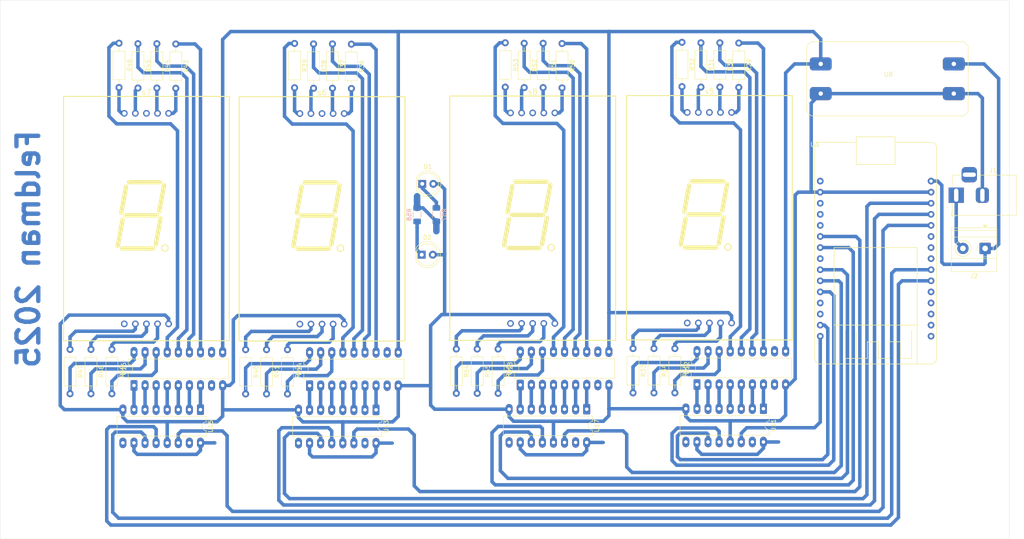
<source format=kicad_pcb>
(kicad_pcb (version 20241229) (generator "pcbnew") (generator_version "9.0")
  (layers (0 "F.Cu" signal) (2 "B.Cu" signal) (13 "F.Paste" user) (15 "B.Paste" user) (5 "F.SilkS" user "F.Silkscreen") (7 "B.SilkS" user "B.Silkscreen") (1 "F.Mask" user) (3 "B.Mask" user) (25 "Edge.Cuts" user))
  (net 0 "")
  (net 1 "+BATT")
  (net 2 "GND")
  (net 3 "+5V")
  (net 4 "Net-(U12-O7)")
  (net 5 "Net-(s5-B)")
  (net 6 "Net-(s5-A)")
  (net 7 "Net-(U12-O6)")
  (net 8 "Net-(s5-F)")
  (net 9 "Net-(U12-O5)")
  (net 10 "Net-(s5-G)")
  (net 11 "Net-(U12-O4)")
  (net 12 "Net-(s5-E)")
  (net 13 "Net-(U12-O3)")
  (net 14 "Net-(s5-D)")
  (net 15 "Net-(U12-O2)")
  (net 16 "Net-(U12-O1)")
  (net 17 "Net-(s5-C)")
  (net 18 "Net-(s6-B)")
  (net 19 "Net-(U14-O7)")
  (net 20 "Net-(s6-A)")
  (net 21 "Net-(U14-O6)")
  (net 22 "Net-(U14-O5)")
  (net 23 "Net-(s6-F)")
  (net 24 "Net-(s6-G)")
  (net 25 "Net-(U14-O4)")
  (net 26 "Net-(U14-O3)")
  (net 27 "Net-(s6-E)")
  (net 28 "Net-(U14-O2)")
  (net 29 "Net-(s6-D)")
  (net 30 "Net-(U14-O1)")
  (net 31 "Net-(s6-C)")
  (net 32 "Net-(s7-B)")
  (net 33 "Net-(U16-O7)")
  (net 34 "Net-(s7-A)")
  (net 35 "Net-(U16-O6)")
  (net 36 "Net-(s7-F)")
  (net 37 "Net-(U16-O5)")
  (net 38 "Net-(U16-O4)")
  (net 39 "Net-(s7-G)")
  (net 40 "Net-(s7-E)")
  (net 41 "Net-(U16-O3)")
  (net 42 "Net-(s7-D)")
  (net 43 "Net-(U16-O2)")
  (net 44 "Net-(U16-O1)")
  (net 45 "Net-(s7-C)")
  (net 46 "Net-(U18-O7)")
  (net 47 "Net-(s8-B)")
  (net 48 "Net-(s8-A)")
  (net 49 "Net-(U18-O6)")
  (net 50 "Net-(U18-O5)")
  (net 51 "Net-(s8-F)")
  (net 52 "Net-(s8-G)")
  (net 53 "Net-(U18-O4)")
  (net 54 "Net-(U18-O3)")
  (net 55 "Net-(s8-E)")
  (net 56 "Net-(s8-D)")
  (net 57 "Net-(U18-O2)")
  (net 58 "Net-(s8-C)")
  (net 59 "Net-(U18-O1)")
  (net 65 "RCLK_1")
  (net 66 "SRCLK_1")
  (net 70 "Net-(U11-QB)")
  (net 71 "SER_1")
  (net 72 "+8v")
  (net 73 "Net-(U11-QE)")
  (net 74 "Net-(U11-QD)")
  (net 78 "SRCLK_4")
  (net 83 "SRCLK_3")
  (net 84 "RCLK_3")
  (net 85 "SRCLK_2")
  (net 87 "RCLK_4")
  (net 89 "SER_3")
  (net 94 "SER_4")
  (net 96 "SER_2")
  (net 98 "RCLK_2")
  (net 100 "Net-(U11-QG)")
  (net 101 "Net-(U11-QH)")
  (net 102 "Net-(U11-QC)")
  (net 103 "Net-(U11-QF)")
  (net 108 "Net-(U13-QH)")
  (net 109 "Net-(U13-QG)")
  (net 110 "Net-(U13-QD)")
  (net 111 "Net-(U13-QE)")
  (net 112 "Net-(U13-QF)")
  (net 114 "Net-(U13-QB)")
  (net 115 "Net-(U13-QC)")
  (net 118 "Net-(U15-QB)")
  (net 119 "Net-(U15-QE)")
  (net 121 "Net-(U15-QC)")
  (net 122 "Net-(U15-QD)")
  (net 123 "Net-(U15-QF)")
  (net 124 "Net-(U15-QG)")
  (net 126 "Net-(U15-QH)")
  (net 129 "Net-(U17-QC)")
  (net 130 "Net-(U17-QF)")
  (net 131 "Net-(U17-QB)")
  (net 133 "Net-(U17-QG)")
  (net 134 "Net-(U17-QD)")
  (net 137 "Net-(U17-QH)")
  (net 138 "Net-(U17-QE)")
  (net 141 "Net-(D1-K)")
  (net 142 "Net-(D2-K)")
  (footprint "Package_DIP:DIP-18_W7.62mm_LongPads" (layer "F.Cu") (at 55.063 119.902 90)
    (property "Reference" "U16")
    (property "Value" "ULN2803A")
  )
  (footprint "Package_DIP:DIP-16_W7.62mm_LongPads" (layer "F.Cu") (at 199.34 125.245 -90)
    (property "Reference" "U11")
    (property "Value" "74HC595")
  )
  (footprint "Resistor_THT:R_Axial_DIN0207_L6.3mm_D2.5mm_P10.16mm_Horizontal" (layer "F.Cu") (at 100.553 41.622 -90)
    (property "Reference" "R37")
    (property "Value" "R_US")
  )
  (footprint "7segmentos:LED-SEG-TH_C1801E-GW" (layer "F.Cu") (at 186.96 81.455)
    (property "Reference" "s5")
    (property "Value" "~")
  )
  (footprint "Resistor_THT:R_Axial_DIN0207_L6.3mm_D2.5mm_P10.16mm_Horizontal" (layer "F.Cu") (at 49.993 111.652 -90)
    (property "Reference" "R49")
    (property "Value" "R_US")
  )
  (footprint "Connector_BarrelJack:BarrelJack_Horizontal" (layer "F.Cu") (at 243.528 76.2995 180)
    (property "Reference" "J1")
    (property "Value" "Barrel_Jack_MountingPin")
  )
  (footprint "Resistor_THT:R_Axial_DIN0207_L6.3mm_D2.5mm_P10.16mm_Horizontal" (layer "F.Cu") (at 104.893 41.682 -90)
    (property "Reference" "R36")
    (property "Value" "R_US")
  )
  (footprint "Resistor_THT:R_Axial_DIN0207_L6.3mm_D2.5mm_P10.16mm_Horizontal" (layer "F.Cu") (at 138.53 111.555 -90)
    (property "Reference" "R56")
    (property "Value" "R_US")
  )
  (footprint "LED_THT:LED_D5.0mm" (layer "F.Cu") (at 121.008 89.942)
    (property "Reference" "D2")
    (property "Value" "LED")
  )
  (footprint "Package_DIP:DIP-16_W7.62mm_LongPads" (layer "F.Cu") (at 70.293 125.452 -90)
    (property "Reference" "U15")
    (property "Value" "74HC595")
  )
  (footprint "Resistor_THT:R_Axial_DIN0207_L6.3mm_D2.5mm_P10.16mm_Horizontal" (layer "F.Cu") (at 96.213 41.622 -90)
    (property "Reference" "R38")
    (property "Value" "R_US")
  )
  (footprint "Package_DIP:DIP-18_W7.62mm_LongPads" (layer "F.Cu") (at 184.11 119.695 90)
    (property "Reference" "U12")
    (property "Value" "ULN2803A")
  )
  (footprint "Resistor_THT:R_Axial_DIN0207_L6.3mm_D2.5mm_P10.16mm_Horizontal" (layer "F.Cu") (at 51.623 41.462 -90)
    (property "Reference" "R46")
    (property "Value" "R_US")
  )
  (footprint "Resistor_THT:R_Axial_DIN0207_L6.3mm_D2.5mm_P10.16mm_Horizontal" (layer "F.Cu") (at 169.45 111.445 -90)
    (property "Reference" "R33")
    (property "Value" "R_US")
  )
  (footprint "Resistor_THT:R_Axial_DIN0207_L6.3mm_D2.5mm_P10.16mm_Horizontal" (layer "F.Cu") (at 144.5 41.475 -90)
    (property "Reference" "R52")
    (property "Value" "R_US")
  )
  (footprint "MT3608:hw-045" (layer "F.Cu") (at 227.973 49.112 180)
    (property "Reference" "U8")
    (property "Value" "hw-045")
  )
  (footprint "Resistor_THT:R_Axial_DIN0207_L6.3mm_D2.5mm_P10.16mm_Horizontal" (layer "F.Cu") (at 193.69 41.425 -90)
    (property "Reference" "R29")
    (property "Value" "R_US")
  )
  (footprint "Resistor_THT:R_Axial_DIN0207_L6.3mm_D2.5mm_P10.16mm_Horizontal" (layer "F.Cu") (at 80.653 111.702 -90)
    (property "Reference" "R40")
    (property "Value" "R_US")
  )
  (footprint "Resistor_THT:R_Axial_DIN0207_L6.3mm_D2.5mm_P10.16mm_Horizontal" (layer "F.Cu") (at 91.873 41.512 -90)
    (property "Reference" "R39")
    (property "Value" "R_US")
  )
  (footprint "Resistor_THT:R_Axial_DIN0207_L6.3mm_D2.5mm_P10.16mm_Horizontal" (layer "F.Cu") (at 185.01 41.365 -90)
    (property "Reference" "R31")
    (property "Value" "R_US")
  )
  (footprint "Resistor_THT:R_Axial_DIN0207_L6.3mm_D2.5mm_P10.16mm_Horizontal" (layer "F.Cu") (at 55.963 41.572 -90)
    (property "Reference" "R45")
    (property "Value" "R_US")
  )
  (footprint "Resistor_THT:R_Axial_DIN0207_L6.3mm_D2.5mm_P10.16mm_Horizontal" (layer "F.Cu") (at 64.643 41.632 -90)
    (property "Reference" "R43")
    (property "Value" "R_US")
  )
  (footprint "Package_DIP:DIP-18_W7.62mm_LongPads" (layer "F.Cu") (at 95.313 119.952 90)
    (property "Reference" "U14")
    (property "Value" "ULN2803A")
  )
  (footprint "Resistor_THT:R_Axial_DIN0207_L6.3mm_D2.5mm_P10.16mm_Horizontal" (layer "F.Cu") (at 153.18 41.535 -90)
    (property "Reference" "R50")
    (property "Value" "R_US")
  )
  (footprint "Resistor_THT:R_Axial_DIN0207_L6.3mm_D2.5mm_P10.16mm_Horizontal" (layer "F.Cu") (at 60.303 41.572 -90)
    (property "Reference" "R44")
    (property "Value" "R_US")
  )
  (footprint "LED_THT:LED_D5.0mm" (layer "F.Cu") (at 121.128 73.702)
    (property "Reference" "D1")
    (property "Value" "LED")
  )
  (footprint "Resistor_THT:R_Axial_DIN0207_L6.3mm_D2.5mm_P10.16mm_Horizontal" (layer "F.Cu") (at 85.448 111.702 -90)
    (property "Reference" "R41")
    (property "Value" "R_US")
  )
  (footprint "7segmentos:LED-SEG-TH_C1801E-GW" (layer "F.Cu") (at 98.163 81.712)
    (property "Reference" "s6")
    (property "Value" "~")
  )
  (footprint "Resistor_THT:R_Axial_DIN0207_L6.3mm_D2.5mm_P10.16mm_Horizontal" (layer "F.Cu") (at 128.94 111.555 -90)
    (property "Reference" "R54")
    (property "Value" "R_US")
  )
  (footprint "TerminalBlock_Phoenix:TerminalBlock_Phoenix_MKDS-1,5-2-5.08_1x02_P5.08mm_Horizontal" (layer "F.Cu") (at 250.15 88.5 180)
    (property "Reference" "J2")
    (property "Value" "Screw_Terminal_01x02")
  )
  (footprint "Package_DIP:DIP-16_W7.62mm_LongPads" (layer "F.Cu") (at 158.83 125.355 -90)
    (property "Reference" "U17")
    (property "Value" "74HC595")
  )
  (footprint "Resistor_THT:R_Axial_DIN0207_L6.3mm_D2.5mm_P10.16mm_Horizontal" (layer "F.Cu") (at 45.198 111.652 -90)
    (property "Reference" "R48")
    (property "Value" "R_US")
  )
  (footprint "Package_DIP:DIP-16_W7.62mm_LongPads" (layer "F.Cu") (at 110.543 125.502 -90)
    (property "Reference" "U13")
    (property "Value" "74HC595")
  )
  (footprint "Resistor_THT:R_Axial_DIN0207_L6.3mm_D2.5mm_P10.16mm_Horizontal" (layer "F.Cu") (at 140.16 41.365 -90)
    (property "Reference" "R53")
    (property "Value" "R_US")
  )
  (footprint "Resistor_THT:R_Axial_DIN0207_L6.3mm_D2.5mm_P10.16mm_Horizontal" (layer "F.Cu") (at 180.67 41.255 -90)
    (property "Reference" "R32")
    (property "Value" "R_US")
  )
  (footprint "ESP32 - devkit:DOIT_ESP32_Devkit" (layer "F.Cu") (at 211.093 64.172)
    (property "Reference" "U3")
    (property "Value" "ESP32-Devkit-V1")
  )
  (footprint "Resistor_THT:R_Axial_DIN0207_L6.3mm_D2.5mm_P10.16mm_Horizontal" (layer "F.Cu") (at 133.735 111.555 -90)
    (property "Reference" "R55")
    (property "Value" "R_US")
  )
  (footprint "7segmentos:LED-SEG-TH_C1801E-GW" (layer "F.Cu") (at 146.45 81.565)
    (property "Reference" "s8")
    (property "Value" "~")
  )
  (footprint "Resistor_THT:R_Axial_DIN0207_L6.3mm_D2.5mm_P10.16mm_Horizontal" (layer "F.Cu") (at 179.04 111.445 -90)
    (property "Reference" "R35")
    (property "Value" "R_US")
  )
  (footprint "Resistor_THT:R_Axial_DIN0207_L6.3mm_D2.5mm_P10.16mm_Horizontal" (layer "F.Cu") (at 148.84 41.475 -90)
    (property "Reference" "R51")
    (property "Value" "R_US")
  )
  (footprint "Package_DIP:DIP-18_W7.62mm_LongPads" (layer "F.Cu") (at 143.6 119.805 90)
    (property "Reference" "U18")
    (property "Value" "ULN2803A")
  )
  (footprint "7segmentos:LED-SEG-TH_C1801E-GW" (layer "F.Cu") (at 57.913 81.662)
    (property "Reference" "s7")
    (property "Value" "~")
  )
  (footprint "Resistor_THT:R_Axial_DIN0207_L6.3mm_D2.5mm_P10.16mm_Horizontal" (layer "F.Cu") (at 40.403 111.652 -90)
    (property "Reference" "R47")
    (property "Value" "R_US")
  )
  (footprint "Resistor_THT:R_Axial_DIN0207_L6.3mm_D2.5mm_P10.16mm_Horizontal" (layer "F.Cu") (at 189.35 41.365 -90)
    (property "Reference" "R30")
    (property "Value" "R_US")
  )
  (footprint "Resistor_THT:R_Axial_DIN0207_L6.3mm_D2.5mm_P10.16mm_Horizontal" (layer "F.Cu") (at 90.243 111.702 -90)
    (property "Reference" "R42")
    (property "Value" "R_US")
  )
  (footprint "Resistor_THT:R_Axial_DIN0207_L6.3mm_D2.5mm_P10.16mm_Horizontal" (layer "F.Cu") (at 174.245 111.445 -90)
    (property "Reference" "R34")
    (property "Value" "R_US")
  )
  (footprint "Resistor_SMD:R_1206_3216Metric_Pad1.30x1.75mm_HandSolder" (layer "B.Cu") (at 119.953 80.762 -90)
    (property "Reference" "R58")
    (property "Value" "R_US")
  )
  (footprint "Resistor_SMD:R_1206_3216Metric_Pad1.30x1.75mm_HandSolder" (layer "B.Cu") (at 124.373 80.762 90)
    (property "Reference" "R57")
    (property "Value" "R_US")
  )
  (gr_rect (start 24.37 31.58) (end 255.67 155.09) (stroke (width 0.05)) (fill no) (layer "Edge.Cuts"))
  (gr_text "Feldman 2025" (at 33.78 60.84 90) (layer "B.Cu") (effects (font (size 5 5) (thickness 1) (bold yes)) (justify left bottom mirror)))
  (segment (start 243.528 76.2995) (end 243.528 86.958) (width 0.8) (layer "B.Cu") (net 1))
  (segment (start 243.528 86.958) (end 245.07 88.5) (width 0.8) (layer "B.Cu") (net 1))
  (segment (start 75.393 125.502) (end 75.383 125.512) (width 0.8) (layer "B.Cu") (net 2))
  (segment (start 249.528 76.2995) (end 249.528 54.037) (width 0.8) (layer "B.Cu") (net 2))
  (segment (start 205.32 119.695) (end 204.43 119.695) (width 0.8) (layer "B.Cu") (net 2))
  (segment (start 126.253 103.652) (end 150.173 103.652) (width 0.8) (layer "B.Cu") (net 2))
  (segment (start 53.513 128.212) (end 62.673 128.212) (width 0.8) (layer "B.Cu") (net 2))
  (segment (start 203.16 128.005) (end 204.43 126.735) (width 0.8) (layer "B.Cu") (net 2))
  (segment (start 123.986 125.355) (end 123.053 124.422) (width 0.8) (layer "B.Cu") (net 2))
  (segment (start 74.113 128.212) (end 75.383 126.942) (width 0.8) (layer "B.Cu") (net 2))
  (segment (start 123.053 106.182) (end 125.583 103.652) (width 0.8) (layer "B.Cu") (net 2))
  (segment (start 126.253 103.652) (end 126.263 103.642) (width 0.8) (layer "B.Cu") (net 2))
  (segment (start 38.153 105.812) (end 38.153 124.502) (width 0.8) (layer "B.Cu") (net 2))
  (segment (start 212.473 53.012) (end 242.973 53.012) (width 0.8) (layer "B.Cu") (net 2))
  (segment (start 62.673 128.212) (end 74.113 128.212) (width 0.8) (layer "B.Cu") (net 2))
  (segment (start 141.05 127.115) (end 142.05 128.115) (width 0.8) (layer "B.Cu") (net 2))
  (segment (start 125.053 73.702) (end 123.668 73.702) (width 0.8) (layer "B.Cu") (net 2))
  (segment (start 181.56 125.245) (end 163.928 125.245) (width 0.8) (layer "B.Cu") (net 2))
  (segment (start 77.833 119.072) (end 77.003 119.902) (width 0.8) (layer "B.Cu") (net 2))
  (segment (start 151.53 105.009) (end 151.53 105.695) (width 0.8) (layer "B.Cu") (net 2))
  (segment (start 249.528 54.037) (end 248.503 53.012) (width 0.8) (layer "B.Cu") (net 2))
  (segment (start 103.243 105.842) (end 103.243 104.932) (width 0.8) (layer "B.Cu") (net 2))
  (segment (start 77.833 104.872) (end 77.833 119.072) (width 0.8) (layer "B.Cu") (net 2))
  (segment (start 163.92 126.845) (end 163.92 125.237) (width 0.8) (layer "B.Cu") (net 2))
  (segment (start 52.513 127.212) (end 53.513 128.212) (width 0.8) (layer "B.Cu") (net 2))
  (segment (start 123.053 124.422) (end 123.053 119.952) (width 0.8) (layer "B.Cu") (net 2))
  (segment (start 141.05 125.355) (end 123.986 125.355) (width 0.8) (layer "B.Cu") (net 2))
  (segment (start 103.243 104.932) (end 102.213 103.902) (width 0.8) (layer "B.Cu") (net 2))
  (segment (start 163.92 125.237) (end 163.92 119.805) (width 0.8) (layer "B.Cu") (net 2))
  (segment (start 77.003 119.902) (end 75.383 119.902) (width 0.8) (layer "B.Cu") (net 2))
  (segment (start 92.763 125.502) (end 75.393 125.502) (width 0.8) (layer "B.Cu") (net 2))
  (segment (start 75.383 126.942) (end 75.383 125.512) (width 0.8) (layer "B.Cu") (net 2))
  (segment (start 62.993 105.792) (end 62.993 104.582) (width 0.8) (layer "B.Cu") (net 2))
  (segment (start 210.283 75.572) (end 210.313 75.602) (width 0.8) (layer "B.Cu") (net 2))
  (segment (start 123.053 119.952) (end 123.053 106.182) (width 0.8) (layer "B.Cu") (net 2))
  (segment (start 62.673 133.072) (end 62.673 128.212) (width 0.8) (layer "B.Cu") (net 2))
  (segment (start 181.56 125.245) (end 181.56 127.005) (width 0.8) (layer "B.Cu") (net 2))
  (segment (start 162.65 128.115) (end 163.92 126.845) (width 0.8) (layer "B.Cu") (net 2))
  (segment (start 62.993 104.582) (end 62.193 103.782) (width 0.8) (layer "B.Cu") (net 2))
  (segment (start 191.72 128.005) (end 203.16 128.005) (width 0.8) (layer "B.Cu") (net 2))
  (segment (start 212.473 53.012) (end 210.283 55.202) (width 0.8) (layer "B.Cu") (net 2))
  (segment (start 92.763 127.262) (end 93.763 128.262) (width 0.8) (layer "B.Cu") (net 2))
  (segment (start 40.183 103.782) (end 38.153 105.812) (width 0.8) (layer "B.Cu") (net 2))
  (segment (start 102.213 103.902) (end 78.803 103.902) (width 0.8) (layer "B.Cu") (net 2))
  (segment (start 92.763 125.502) (end 92.763 127.262) (width 0.8) (layer "B.Cu") (net 2))
  (segment (start 150.173 103.652) (end 151.53 105.009) (width 0.8) (layer "B.Cu") (net 2))
  (segment (start 151.21 132.975) (end 151.21 128.115) (width 0.8) (layer "B.Cu") (net 2))
  (segment (start 125.583 103.652) (end 126.253 103.652) (width 0.8) (layer "B.Cu") (net 2))
  (segment (start 141.05 125.355) (end 141.05 127.115) (width 0.8) (layer "B.Cu") (net 2))
  (segment (start 151.21 128.115) (end 162.65 128.115) (width 0.8) (layer "B.Cu") (net 2))
  (segment (start 75.383 125.512) (end 75.383 119.902) (width 0.8) (layer "B.Cu") (net 2))
  (segment (start 93.763 128.262) (end 102.923 128.262) (width 0.8) (layer "B.Cu") (net 2))
  (segment (start 210.283 55.202) (end 210.283 75.572) (width 0.8) (layer "B.Cu") (net 2))
  (segment (start 181.56 127.005) (end 182.56 128.005) (width 0.8) (layer "B.Cu") (net 2))
  (segment (start 207.293 75.602) (end 212.363 75.602) (width 0.8) (layer "B.Cu") (net 2))
  (segment (start 163.928 125.245) (end 163.92 125.237) (width 0.8) (layer "B.Cu") (net 2))
  (segment (start 204.43 126.735) (end 204.43 119.695) (width 0.8) (layer "B.Cu") (net 2))
  (segment (start 126.183 89.942) (end 126.263 89.862) (width 0.8) (layer "B.Cu") (net 2))
  (segment (start 38.153 124.502) (end 39.103 125.452) (width 0.8) (layer "B.Cu") (net 2))
  (segment (start 237.763 75.602) (end 212.363 75.602) (width 0.8) (layer "B.Cu") (net 2))
  (segment (start 206.623 76.272) (end 206.613 76.282) (width 0.8) (layer "B.Cu") (net 2))
  (segment (start 115.633 119.952) (end 123.053 119.952) (width 0.8) (layer "B.Cu") (net 2))
  (segment (start 123.548 89.942) (end 126.183 89.942) (width 0.8) (layer "B.Cu") (net 2))
  (segment (start 206.613 118.402) (end 205.32 119.695) (width 0.8) (layer "B.Cu") (net 2))
  (segment (start 126.263 89.862) (end 126.263 74.912) (width 0.8) (layer "B.Cu") (net 2))
  (segment (start 102.923 133.122) (end 102.923 128.262) (width 0.8) (layer "B.Cu") (net 2))
  (segment (start 78.803 103.902) (end 77.833 104.872) (width 0.8) (layer "B.Cu") (net 2))
  (segment (start 191.72 132.865) (end 191.72 128.005) (width 0.8) (layer "B.Cu") (net 2))
  (segment (start 114.363 128.262) (end 115.633 126.992) (width 0.8) (layer "B.Cu") (net 2))
  (segment (start 206.623 76.272) (end 207.293 75.602) (width 0.8) (layer "B.Cu") (net 2))
  (segment (start 39.103 125.452) (end 52.513 125.452) (width 0.8) (layer "B.Cu") (net 2))
  (segment (start 126.263 74.912) (end 125.053 73.702) (width 0.8) (layer "B.Cu") (net 2))
  (segment (start 142.05 128.115) (end 151.21 128.115) (width 0.8) (layer "B.Cu") (net 2))
  (segment (start 206.613 76.282) (end 206.613 118.402) (width 0.8) (layer "B.Cu") (net 2))
  (segment (start 182.56 128.005) (end 191.72 128.005) (width 0.8) (layer "B.Cu") (net 2))
  (segment (start 52.513 125.452) (end 52.513 127.212) (width 0.8) (layer "B.Cu") (net 2))
  (segment (start 248.503 53.012) (end 242.973 53.012) (width 0.8) (layer "B.Cu") (net 2))
  (segment (start 62.193 103.782) (end 40.183 103.782) (width 0.8) (layer "B.Cu") (net 2))
  (segment (start 115.633 126.992) (end 115.633 119.952) (width 0.8) (layer "B.Cu") (net 2))
  (segment (start 126.263 103.642) (end 126.263 89.862) (width 0.8) (layer "B.Cu") (net 2))
  (segment (start 102.923 128.262) (end 114.363 128.262) (width 0.8) (layer "B.Cu") (net 2))
  (segment (start 250.15 91.84) (end 250.15 88.5) (width 0.8) (layer "B.Cu") (net 3))
  (segment (start 55.053 134.942) (end 55.813 135.702) (width 0.8) (layer "B.Cu") (net 3))
  (segment (start 157.843 135.802) (end 158.83 134.815) (width 0.8) (layer "B.Cu") (net 3))
  (segment (start 124.373 82.312) (end 124.373 84.547) (width 1.5) (layer "B.Cu") (net 3))
  (segment (start 249.85 92.14) (end 250.15 91.84) (width 0.8) (layer "B.Cu") (net 3))
  (segment (start 70.293 133.072) (end 73.5505 133.072) (width 0.8) (layer "B.Cu") (net 3))
  (segment (start 252.29 88.5) (end 253.253 87.537) (width 0.8) (layer "B.Cu") (net 3))
  (segment (start 143.59 132.975) (end 143.59 134.479) (width 0.8) (layer "B.Cu") (net 3))
  (segment (start 121.273 79.212) (end 124.373 82.312) (width 0.8) (layer "B.Cu") (net 3))
  (segment (start 119.953 76.533) (end 119.94 76.52) (width 0.8) (layer "B.Cu") (net 3))
  (segment (start 110.543 133.122) (end 114.2505 133.122) (width 0.8) (layer "B.Cu") (net 3))
  (segment (start 73.5505 133.072) (end 73.5555 133.067) (width 0.8) (layer "B.Cu") (net 3))
  (segment (start 69.403 135.702) (end 70.293 134.812) (width 0.8) (layer "B.Cu") (net 3))
  (segment (start 199.34 132.865) (end 202.8075 132.865) (width 0.8) (layer "B.Cu") (net 3))
  (segment (start 253.253 49.572) (end 249.893 46.212) (width 0.8) (layer "B.Cu") (net 3))
  (segment (start 95.993 136.292) (end 109.613 136.292) (width 0.8) (layer "B.Cu") (net 3))
  (segment (start 250.15 88.5) (end 252.29 88.5) (width 0.8) (layer "B.Cu") (net 3))
  (segment (start 184.1 132.865) (end 184.1 134.609) (width 0.8) (layer "B.Cu") (net 3))
  (segment (start 253.253 87.537) (end 253.253 49.572) (width 0.8) (layer "B.Cu") (net 3))
  (segment (start 144.913 135.802) (end 157.843 135.802) (width 0.8) (layer "B.Cu") (net 3))
  (segment (start 158.83 132.975) (end 162.6075 132.975) (width 0.8) (layer "B.Cu") (net 3))
  (segment (start 119.953 79.212) (end 121.273 79.212) (width 0.8) (layer "B.Cu") (net 3))
  (segment (start 95.303 135.602) (end 95.993 136.292) (width 0.8) (layer "B.Cu") (net 3))
  (segment (start 197.953 135.702) (end 199.34 134.315) (width 0.8) (layer "B.Cu") (net 3))
  (segment (start 239.273 73.062) (end 240.233 74.022) (width 0.8) (layer "B.Cu") (net 3))
  (segment (start 249.893 46.212) (end 242.973 46.212) (width 0.8) (layer "B.Cu") (net 3))
  (segment (start 143.59 134.479) (end 144.913 135.802) (width 0.8) (layer "B.Cu") (net 3))
  (segment (start 240.72 92.14) (end 249.85 92.14) (width 0.8) (layer "B.Cu") (net 3))
  (segment (start 55.813 135.702) (end 69.403 135.702) (width 0.8) (layer "B.Cu") (net 3))
  (segment (start 237.763 73.062) (end 239.273 73.062) (width 0.8) (layer "B.Cu") (net 3))
  (segment (start 158.83 134.815) (end 158.83 132.975) (width 0.8) (layer "B.Cu") (net 3))
  (segment (start 185.193 135.702) (end 197.953 135.702) (width 0.8) (layer "B.Cu") (net 3))
  (segment (start 240.233 91.653) (end 240.72 92.14) (width 0.8) (layer "B.Cu") (net 3))
  (segment (start 109.613 136.292) (end 110.543 135.362) (width 0.8) (layer "B.Cu") (net 3))
  (segment (start 70.293 134.812) (end 70.293 133.072) (width 0.8) (layer "B.Cu") (net 3))
  (segment (start 199.34 134.315) (end 199.34 132.865) (width 0.8) (layer "B.Cu") (net 3))
  (segment (start 119.953 79.212) (end 119.953 76.533) (width 1.5) (layer "B.Cu") (net 3))
  (segment (start 124.373 84.547) (end 124.37 84.55) (width 0.8) (layer "B.Cu") (net 3))
  (segment (start 55.053 133.072) (end 55.053 134.942) (width 0.8) (layer "B.Cu") (net 3))
  (segment (start 184.1 134.609) (end 185.193 135.702) (width 0.8) (layer "B.Cu") (net 3))
  (segment (start 110.543 135.362) (end 110.543 133.122) (width 0.8) (layer "B.Cu") (net 3))
  (segment (start 95.303 133.122) (end 95.303 135.602) (width 0.8) (layer "B.Cu") (net 3))
  (segment (start 240.233 74.022) (end 240.233 91.653) (width 0.8) (layer "B.Cu") (net 3))
  (segment (start 199.35 42.695) (end 199.35 112.075) (width 0.8) (layer "B.Cu") (net 4))
  (segment (start 193.69 41.425) (end 198.08 41.425) (width 0.8) (layer "B.Cu") (net 4))
  (segment (start 198.08 41.425) (end 199.35 42.695) (width 0.8) (layer "B.Cu") (net 4))
  (segment (start 193.69 56.695) (end 193.69 51.585) (width 0.8) (layer "B.Cu") (net 5))
  (segment (start 192.04 57.325) (end 193.06 57.325) (width 0.8) (layer "B.Cu") (net 5))
  (segment (start 193.06 57.325) (end 193.69 56.695) (width 0.8) (layer "B.Cu") (net 5))
  (segment (start 189.35 57.175) (end 189.5 57.325) (width 0.8) (layer "B.Cu") (net 6))
  (segment (start 189.35 51.525) (end 189.35 57.175) (width 0.8) (layer "B.Cu") (net 6))
  (segment (start 190.52 46.505) (end 195.96 46.505) (width 0.8) (layer "B.Cu") (net 7))
  (segment (start 195.96 46.505) (end 197.78 48.325) (width 0.8) (layer "B.Cu") (net 7))
  (segment (start 196.69 109.015) (end 196.69 111.955) (width 0.8) (layer "B.Cu") (net 7))
  (segment (start 197.78 107.925) (end 196.69 109.015) (width 0.8) (layer "B.Cu") (net 7))
  (segment (start 189.35 41.365) (end 189.35 45.335) (width 0.8) (layer "B.Cu") (net 7))
  (segment (start 197.78 48.325) (end 197.78 107.925) (width 0.8) (layer "B.Cu") (net 7))
  (segment (start 196.69 111.955) (end 196.81 112.075) (width 0.8) (layer "B.Cu") (net 7))
  (segment (start 189.35 45.335) (end 190.52 46.505) (width 0.8) (layer "B.Cu") (net 7))
  (segment (start 184.42 52.115) (end 185.01 51.525) (width 0.8) (layer "B.Cu") (net 8))
  (segment (start 184.42 57.325) (end 184.42 52.115) (width 0.8) (layer "B.Cu") (net 8))
  (segment (start 194.9 48.025) (end 196.23 49.355) (width 0.8) (layer "B.Cu") (net 9))
  (segment (start 186.26 48.025) (end 194.9 48.025) (width 0.8) (layer "B.Cu") (net 9))
  (segment (start 194.27 108.925) (end 194.27 112.075) (width 0.8) (layer "B.Cu") (net 9))
  (segment (start 185.01 46.775) (end 186.26 48.025) (width 0.8) (layer "B.Cu") (net 9))
  (segment (start 185.01 41.365) (end 185.01 46.775) (width 0.8) (layer "B.Cu") (net 9))
  (segment (start 196.23 49.355) (end 196.23 106.965) (width 0.8) (layer "B.Cu") (net 9))
  (segment (start 196.23 106.965) (end 194.27 108.925) (width 0.8) (layer "B.Cu") (net 9))
  (segment (start 181.88 57.325) (end 181.3 57.325) (width 0.8) (layer "B.Cu") (net 10))
  (segment (start 180.67 56.695) (end 180.67 51.415) (width 0.8) (layer "B.Cu") (net 10))
  (segment (start 181.3 57.325) (end 180.67 56.695) (width 0.8) (layer "B.Cu") (net 10))
  (segment (start 178.36 42.265) (end 179.37 41.255) (width 0.8) (layer "B.Cu") (net 11))
  (segment (start 192.5 59.735) (end 180.13 59.735) (width 0.8) (layer "B.Cu") (net 11))
  (segment (start 180.13 59.735) (end 178.36 57.965) (width 0.8) (layer "B.Cu") (net 11))
  (segment (start 178.36 57.965) (end 178.36 42.265) (width 0.8) (layer "B.Cu") (net 11))
  (segment (start 179.37 41.255) (end 180.67 41.255) (width 0.8) (layer "B.Cu") (net 11))
  (segment (start 194.08 61.315) (end 192.5 59.735) (width 0.8) (layer "B.Cu") (net 11))
  (segment (start 191.73 108.715) (end 194.08 106.365) (width 0.8) (layer "B.Cu") (net 11))
  (segment (start 191.73 112.075) (end 191.73 108.715) (width 0.8) (layer "B.Cu") (net 11))
  (segment (start 194.08 106.365) (end 194.08 61.315) (width 0.8) (layer "B.Cu") (net 11))
  (segment (start 184.42 106.785) (end 184.42 105.585) (width 0.8) (layer "B.Cu") (net 12))
  (segment (start 170.75 107.265) (end 183.94 107.265) (width 0.8) (layer "B.Cu") (net 12))
  (segment (start 183.94 107.265) (end 184.42 106.785) (width 0.8) (layer "B.Cu") (net 12))
  (segment (start 169.45 111.445) (end 169.45 108.565) (width 0.8) (layer "B.Cu") (net 12))
  (segment (start 169.45 108.565) (end 170.75 107.265) (width 0.8) (layer "B.Cu") (net 12))
  (segment (start 180.4 117.395) (end 188.2 117.395) (width 0.8) (layer "B.Cu") (net 13))
  (segment (start 189.19 116.405) (end 189.19 112.075) (width 0.8) (layer "B.Cu") (net 13))
  (segment (start 179.04 121.835) (end 179.04 118.755) (width 0.8) (layer "B.Cu") (net 13))
  (segment (start 188.2 117.395) (end 189.19 116.405) (width 0.8) (layer "B.Cu") (net 13))
  (segment (start 179.04 118.755) (end 180.4 117.395) (width 0.8) (layer "B.Cu") (net 13))
  (segment (start 186.96 107.365) (end 186.96 105.585) (width 0.8) (layer "B.Cu") (net 14))
  (segment (start 175.69 108.435) (end 185.89 108.435) (width 0.8) (layer "B.Cu") (net 14))
  (segment (start 174.245 111.545) (end 174.245 109.88) (width 0.8) (layer "B.Cu") (net 14))
  (segment (start 185.89 108.435) (end 186.96 107.365) (width 0.8) (layer "B.Cu") (net 14))
  (segment (start 174.245 109.88) (end 175.69 108.435) (width 0.8) (layer "B.Cu") (net 14))
  (segment (start 174.245 121.705) (end 174.245 116.94) (width 0.8) (layer "B.Cu") (net 15))
  (segment (start 174.245 116.94) (end 175.27 115.915) (width 0.8) (layer "B.Cu") (net 15))
  (segment (start 175.27 115.915) (end 185.63 115.915) (width 0.8) (layer "B.Cu") (net 15))
  (segment (start 186.65 114.895) (end 186.65 112.075) (width 0.8) (layer "B.Cu") (net 15))
  (segment (start 185.63 115.915) (end 186.65 114.895) (width 0.8) (layer "B.Cu") (net 15))
  (segment (start 183.26 114.655) (end 184.11 113.805) (width 0.8) (layer "B.Cu") (net 16))
  (segment (start 169.45 121.605) (end 169.45 115.645) (width 0.8) (layer "B.Cu") (net 16))
  (segment (start 170.44 114.655) (end 183.26 114.655) (width 0.8) (layer "B.Cu") (net 16))
  (segment (start 169.45 115.645) (end 170.44 114.655) (width 0.8) (layer "B.Cu") (net 16))
  (segment (start 184.11 113.805) (end 184.11 112.075) (width 0.8) (layer "B.Cu") (net 16))
  (segment (start 189.5 108.855) (end 189.5 105.585) (width 0.8) (layer "B.Cu") (net 17))
  (segment (start 179.04 110.395) (end 179.69 109.745) (width 0.8) (layer "B.Cu") (net 17))
  (segment (start 179.69 109.745) (end 188.61 109.745) (width 0.8) (layer "B.Cu") (net 17))
  (segment (start 188.61 109.745) (end 189.5 108.855) (width 0.8) (layer "B.Cu") (net 17))
  (segment (start 179.04 111.675) (end 179.04 110.395) (width 0.8) (layer "B.Cu") (net 17))
  (segment (start 104.893 56.952) (end 104.893 51.842) (width 0.8) (layer "B.Cu") (net 18))
  (segment (start 104.263 57.582) (end 104.893 56.952) (width 0.8) (layer "B.Cu") (net 18))
  (segment (start 103.243 57.582) (end 104.263 57.582) (width 0.8) (layer "B.Cu") (net 18))
  (segment (start 109.283 41.682) (end 110.553 42.952) (width 0.8) (layer "B.Cu") (net 19))
  (segment (start 110.553 42.952) (end 110.553 112.332) (width 0.8) (layer "B.Cu") (net 19))
  (segment (start 104.893 41.682) (end 109.283 41.682) (width 0.8) (layer "B.Cu") (net 19))
  (segment (start 100.553 57.432) (end 100.703 57.582) (width 0.8) (layer "B.Cu") (net 20))
  (segment (start 100.553 51.782) (end 100.553 57.432) (width 0.8) (layer "B.Cu") (net 20))
  (segment (start 107.163 46.762) (end 108.983 48.582) (width 0.8) (layer "B.Cu") (net 21))
  (segment (start 108.983 108.182) (end 107.893 109.272) (width 0.8) (layer "B.Cu") (net 21))
  (segment (start 108.983 48.582) (end 108.983 108.182) (width 0.8) (layer "B.Cu") (net 21))
  (segment (start 101.723 46.762) (end 107.163 46.762) (width 0.8) (layer "B.Cu") (net 21))
  (segment (start 107.893 109.272) (end 107.893 112.212) (width 0.8) (layer "B.Cu") (net 21))
  (segment (start 100.553 45.592) (end 101.723 46.762) (width 0.8) (layer "B.Cu") (net 21))
  (segment (start 107.893 112.212) (end 108.013 112.332) (width 0.8) (layer "B.Cu") (net 21))
  (segment (start 100.553 41.622) (end 100.553 45.592) (width 0.8) (layer "B.Cu") (net 21))
  (segment (start 105.473 109.182) (end 105.473 112.332) (width 0.8) (layer "B.Cu") (net 22))
  (segment (start 107.433 49.612) (end 107.433 107.222) (width 0.8) (layer "B.Cu") (net 22))
  (segment (start 106.103 48.282) (end 107.433 49.612) (width 0.8) (layer "B.Cu") (net 22))
  (segment (start 107.433 107.222) (end 105.473 109.182) (width 0.8) (layer "B.Cu") (net 22))
  (segment (start 96.213 41.622) (end 96.213 47.032) (width 0.8) (layer "B.Cu") (net 22))
  (segment (start 97.463 48.282) (end 106.103 48.282) (width 0.8) (layer "B.Cu") (net 22))
  (segment (start 96.213 47.032) (end 97.463 48.282) (width 0.8) (layer "B.Cu") (net 22))
  (segment (start 95.623 52.372) (end 96.213 51.782) (width 0.8) (layer "B.Cu") (net 23))
  (segment (start 95.623 57.582) (end 95.623 52.372) (width 0.8) (layer "B.Cu") (net 23))
  (segment (start 93.083 57.582) (end 92.503 57.582) (width 0.8) (layer "B.Cu") (net 24))
  (segment (start 91.873 56.952) (end 91.873 51.672) (width 0.8) (layer "B.Cu") (net 24))
  (segment (start 92.503 57.582) (end 91.873 56.952) (width 0.8) (layer "B.Cu") (net 24))
  (segment (start 91.333 59.992) (end 89.563 58.222) (width 0.8) (layer "B.Cu") (net 25))
  (segment (start 103.703 59.992) (end 91.333 59.992) (width 0.8) (layer "B.Cu") (net 25))
  (segment (start 105.283 106.622) (end 105.283 61.572) (width 0.8) (layer "B.Cu") (net 25))
  (segment (start 90.573 41.512) (end 91.873 41.512) (width 0.8) (layer "B.Cu") (net 25))
  (segment (start 102.933 112.332) (end 102.933 108.972) (width 0.8) (layer "B.Cu") (net 25))
  (segment (start 102.933 108.972) (end 105.283 106.622) (width 0.8) (layer "B.Cu") (net 25))
  (segment (start 89.563 58.222) (end 89.563 42.522) (width 0.8) (layer "B.Cu") (net 25))
  (segment (start 89.563 42.522) (end 90.573 41.512) (width 0.8) (layer "B.Cu") (net 25))
  (segment (start 105.283 61.572) (end 103.703 59.992) (width 0.8) (layer "B.Cu") (net 25))
  (segment (start 91.603 117.652) (end 99.403 117.652) (width 0.8) (layer "B.Cu") (net 26))
  (segment (start 99.403 117.652) (end 100.393 116.662) (width 0.8) (layer "B.Cu") (net 26))
  (segment (start 90.243 119.012) (end 91.603 117.652) (width 0.8) (layer "B.Cu") (net 26))
  (segment (start 100.393 116.662) (end 100.393 112.332) (width 0.8) (layer "B.Cu") (net 26))
  (segment (start 90.243 122.092) (end 90.243 119.012) (width 0.8) (layer "B.Cu") (net 26))
  (segment (start 95.623 107.042) (end 95.623 105.842) (width 0.8) (layer "B.Cu") (net 27))
  (segment (start 80.653 108.822) (end 81.953 107.522) (width 0.8) (layer "B.Cu") (net 27))
  (segment (start 81.953 107.522) (end 95.143 107.522) (width 0.8) (layer "B.Cu") (net 27))
  (segment (start 80.653 111.702) (end 80.653 108.822) (width 0.8) (layer "B.Cu") (net 27))
  (segment (start 95.143 107.522) (end 95.623 107.042) (width 0.8) (layer "B.Cu") (net 27))
  (segment (start 96.833 116.172) (end 97.853 115.152) (width 0.8) (layer "B.Cu") (net 28))
  (segment (start 97.853 115.152) (end 97.853 112.332) (width 0.8) (layer "B.Cu") (net 28))
  (segment (start 85.448 121.962) (end 85.448 117.197) (width 0.8) (layer "B.Cu") (net 28))
  (segment (start 85.448 117.197) (end 86.473 116.172) (width 0.8) (layer "B.Cu") (net 28))
  (segment (start 86.473 116.172) (end 96.833 116.172) (width 0.8) (layer "B.Cu") (net 28))
  (segment (start 98.163 107.622) (end 98.163 105.842) (width 0.8) (layer "B.Cu") (net 29))
  (segment (start 85.448 111.802) (end 85.448 110.137) (width 0.8) (layer "B.Cu") (net 29))
  (segment (start 85.448 110.137) (end 86.893 108.692) (width 0.8) (layer "B.Cu") (net 29))
  (segment (start 86.893 108.692) (end 97.093 108.692) (width 0.8) (layer "B.Cu") (net 29))
  (segment (start 97.093 108.692) (end 98.163 107.622) (width 0.8) (layer "B.Cu") (net 29))
  (segment (start 81.643 114.912) (end 94.463 114.912) (width 0.8) (layer "B.Cu") (net 30))
  (segment (start 94.463 114.912) (end 95.313 114.062) (width 0.8) (layer "B.Cu") (net 30))
  (segment (start 80.653 121.862) (end 80.653 115.902) (width 0.8) (layer "B.Cu") (net 30))
  (segment (start 80.653 115.902) (end 81.643 114.912) (width 0.8) (layer "B.Cu") (net 30))
  (segment (start 95.313 114.062) (end 95.313 112.332) (width 0.8) (layer "B.Cu") (net 30))
  (segment (start 90.243 110.652) (end 90.893 110.002) (width 0.8) (layer "B.Cu") (net 31))
  (segment (start 99.813 110.002) (end 100.703 109.112) (width 0.8) (layer "B.Cu") (net 31))
  (segment (start 100.703 109.112) (end 100.703 105.842) (width 0.8) (layer "B.Cu") (net 31))
  (segment (start 90.243 111.932) (end 90.243 110.652) (width 0.8) (layer "B.Cu") (net 31))
  (segment (start 90.893 110.002) (end 99.813 110.002) (width 0.8) (layer "B.Cu") (net 31))
  (segment (start 64.013 57.532) (end 64.643 56.902) (width 0.8) (layer "B.Cu") (net 32))
  (segment (start 64.643 56.902) (end 64.643 51.792) (width 0.8) (layer "B.Cu") (net 32))
  (segment (start 62.993 57.532) (end 64.013 57.532) (width 0.8) (layer "B.Cu") (net 32))
  (segment (start 69.033 41.632) (end 70.303 42.902) (width 0.8) (layer "B.Cu") (net 33))
  (segment (start 70.303 42.902) (end 70.303 112.282) (width 0.8) (layer "B.Cu") (net 33))
  (segment (start 64.643 41.632) (end 69.033 41.632) (width 0.8) (layer "B.Cu") (net 33))
  (segment (start 60.303 51.732) (end 60.303 57.382) (width 0.8) (layer "B.Cu") (net 34))
  (segment (start 60.303 57.382) (end 60.453 57.532) (width 0.8) (layer "B.Cu") (net 34))
  (segment (start 67.643 112.162) (end 67.763 112.282) (width 0.8) (layer "B.Cu") (net 35))
  (segment (start 61.473 46.712) (end 66.913 46.712) (width 0.8) (layer "B.Cu") (net 35))
  (segment (start 60.303 41.572) (end 60.303 45.542) (width 0.8) (layer "B.Cu") (net 35))
  (segment (start 67.643 109.222) (end 67.643 112.162) (width 0.8) (layer "B.Cu") (net 35))
  (segment (start 60.303 45.542) (end 61.473 46.712) (width 0.8) (layer "B.Cu") (net 35))
  (segment (start 68.733 48.532) (end 68.733 108.132) (width 0.8) (layer "B.Cu") (net 35))
  (segment (start 66.913 46.712) (end 68.733 48.532) (width 0.8) (layer "B.Cu") (net 35))
  (segment (start 68.733 108.132) (end 67.643 109.222) (width 0.8) (layer "B.Cu") (net 35))
  (segment (start 55.373 57.532) (end 55.373 52.322) (width 0.8) (layer "B.Cu") (net 36))
  (segment (start 55.373 52.322) (end 55.963 51.732) (width 0.8) (layer "B.Cu") (net 36))
  (segment (start 55.963 41.572) (end 55.963 46.982) (width 0.8) (layer "B.Cu") (net 37))
  (segment (start 57.213 48.232) (end 65.853 48.232) (width 0.8) (layer "B.Cu") (net 37))
  (segment (start 65.223 109.132) (end 65.223 112.282) (width 0.8) (layer "B.Cu") (net 37))
  (segment (start 55.963 46.982) (end 57.213 48.232) (width 0.8) (layer "B.Cu") (net 37))
  (segment (start 67.183 107.172) (end 65.223 109.132) (width 0.8) (layer "B.Cu") (net 37))
  (segment (start 65.853 48.232) (end 67.183 49.562) (width 0.8) (layer "B.Cu") (net 37))
  (segment (start 67.183 49.562) (end 67.183 107.172) (width 0.8) (layer "B.Cu") (net 37))
  (segment (start 65.033 106.572) (end 65.033 61.522) (width 0.8) (layer "B.Cu") (net 38))
  (segment (start 50.323 41.462) (end 51.623 41.462) (width 0.8) (layer "B.Cu") (net 38))
  (segment (start 65.033 61.522) (end 63.453 59.942) (width 0.8) (layer "B.Cu") (net 38))
  (segment (start 62.683 112.282) (end 62.683 108.922) (width 0.8) (layer "B.Cu") (net 38))
  (segment (start 62.683 108.922) (end 65.033 106.572) (width 0.8) (layer "B.Cu") (net 38))
  (segment (start 51.083 59.942) (end 49.313 58.172) (width 0.8) (layer "B.Cu") (net 38))
  (segment (start 49.313 42.472) (end 50.323 41.462) (width 0.8) (layer "B.Cu") (net 38))
  (segment (start 63.453 59.942) (end 51.083 59.942) (width 0.8) (layer "B.Cu") (net 38))
  (segment (start 49.313 58.172) (end 49.313 42.472) (width 0.8) (layer "B.Cu") (net 38))
  (segment (start 52.833 57.532) (end 52.253 57.532) (width 0.8) (layer "B.Cu") (net 39))
  (segment (start 51.623 56.902) (end 51.623 51.622) (width 0.8) (layer "B.Cu") (net 39))
  (segment (start 52.253 57.532) (end 51.623 56.902) (width 0.8) (layer "B.Cu") (net 39))
  (segment (start 55.373 106.992) (end 55.373 105.792) (width 0.8) (layer "B.Cu") (net 40))
  (segment (start 40.403 111.652) (end 40.403 108.772) (width 0.8) (layer "B.Cu") (net 40))
  (segment (start 54.893 107.472) (end 55.373 106.992) (width 0.8) (layer "B.Cu") (net 40))
  (segment (start 41.703 107.472) (end 54.893 107.472) (width 0.8) (layer "B.Cu") (net 40))
  (segment (start 40.403 108.772) (end 41.703 107.472) (width 0.8) (layer "B.Cu") (net 40))
  (segment (start 51.353 117.602) (end 59.153 117.602) (width 0.8) (layer "B.Cu") (net 41))
  (segment (start 49.993 118.962) (end 51.353 117.602) (width 0.8) (layer "B.Cu") (net 41))
  (segment (start 49.993 122.042) (end 49.993 118.962) (width 0.8) (layer "B.Cu") (net 41))
  (segment (start 59.153 117.602) (end 60.143 116.612) (width 0.8) (layer "B.Cu") (net 41))
  (segment (start 60.143 116.612) (end 60.143 112.282) (width 0.8) (layer "B.Cu") (net 41))
  (segment (start 45.198 110.087) (end 46.643 108.642) (width 0.8) (layer "B.Cu") (net 42))
  (segment (start 45.198 111.752) (end 45.198 110.087) (width 0.8) (layer "B.Cu") (net 42))
  (segment (start 46.643 108.642) (end 56.843 108.642) (width 0.8) (layer "B.Cu") (net 42))
  (segment (start 56.843 108.642) (end 57.913 107.572) (width 0.8) (layer "B.Cu") (net 42))
  (segment (start 57.913 107.572) (end 57.913 105.792) (width 0.8) (layer "B.Cu") (net 42))
  (segment (start 45.198 121.912) (end 45.198 117.147) (width 0.8) (layer "B.Cu") (net 43))
  (segment (start 56.583 116.122) (end 57.603 115.102) (width 0.8) (layer "B.Cu") (net 43))
  (segment (start 46.223 116.122) (end 56.583 116.122) (width 0.8) (layer "B.Cu") (net 43))
  (segment (start 45.198 117.147) (end 46.223 116.122) (width 0.8) (layer "B.Cu") (net 43))
  (segment (start 57.603 115.102) (end 57.603 112.282) (width 0.8) (layer "B.Cu") (net 43))
  (segment (start 54.213 114.862) (end 55.063 114.012) (width 0.8) (layer "B.Cu") (net 44))
  (segment (start 40.403 115.852) (end 41.393 114.862) (width 0.8) (layer "B.Cu") (net 44))
  (segment (start 41.393 114.862) (end 54.213 114.862) (width 0.8) (layer "B.Cu") (net 44))
  (segment (start 55.063 114.012) (end 55.063 112.282) (width 0.8) (layer "B.Cu") (net 44))
  (segment (start 40.403 121.812) (end 40.403 115.852) (width 0.8) (layer "B.Cu") (net 44))
  (segment (start 49.993 111.882) (end 49.993 110.602) (width 0.8) (layer "B.Cu") (net 45))
  (segment (start 50.643 109.952) (end 59.563 109.952) (width 0.8) (layer "B.Cu") (net 45))
  (segment (start 59.563 109.952) (end 60.453 109.062) (width 0.8) (layer "B.Cu") (net 45))
  (segment (start 49.993 110.602) (end 50.643 109.952) (width 0.8) (layer "B.Cu") (net 45))
  (segment (start 60.453 109.062) (end 60.453 105.792) (width 0.8) (layer "B.Cu") (net 45))
  (segment (start 153.18 41.535) (end 157.57 41.535) (width 0.8) (layer "B.Cu") (net 46))
  (segment (start 158.84 42.805) (end 158.84 112.185) (width 0.8) (layer "B.Cu") (net 46))
  (segment (start 157.57 41.535) (end 158.84 42.805) (width 0.8) (layer "B.Cu") (net 46))
  (segment (start 152.55 57.435) (end 153.18 56.805) (width 0.8) (layer "B.Cu") (net 47))
  (segment (start 151.53 57.435) (end 152.55 57.435) (width 0.8) (layer "B.Cu") (net 47))
  (segment (start 153.18 56.805) (end 153.18 51.695) (width 0.8) (layer "B.Cu") (net 47))
  (segment (start 148.84 51.635) (end 148.84 57.285) (width 0.8) (layer "B.Cu") (net 48))
  (segment (start 148.84 57.285) (end 148.99 57.435) (width 0.8) (layer "B.Cu") (net 48))
  (segment (start 157.27 108.035) (end 156.18 109.125) (width 0.8) (layer "B.Cu") (net 49))
  (segment (start 150.01 46.615) (end 155.45 46.615) (width 0.8) (layer "B.Cu") (net 49))
  (segment (start 157.27 48.435) (end 157.27 108.035) (width 0.8) (layer "B.Cu") (net 49))
  (segment (start 156.18 109.125) (end 156.18 112.065) (width 0.8) (layer "B.Cu") (net 49))
  (segment (start 148.84 41.475) (end 148.84 45.445) (width 0.8) (layer "B.Cu") (net 49))
  (segment (start 155.45 46.615) (end 157.27 48.435) (width 0.8) (layer "B.Cu") (net 49))
  (segment (start 156.18 112.065) (end 156.3 112.185) (width 0.8) (layer "B.Cu") (net 49))
  (segment (start 148.84 45.445) (end 150.01 46.615) (width 0.8) (layer "B.Cu") (net 49))
  (segment (start 155.72 107.075) (end 153.76 109.035) (width 0.8) (layer "B.Cu") (net 50))
  (segment (start 144.5 41.475) (end 144.5 46.885) (width 0.8) (layer "B.Cu") (net 50))
  (segment (start 153.76 109.035) (end 153.76 112.185) (width 0.8) (layer "B.Cu") (net 50))
  (segment (start 145.75 48.135) (end 154.39 48.135) (width 0.8) (layer "B.Cu") (net 50))
  (segment (start 155.72 49.465) (end 155.72 107.075) (width 0.8) (layer "B.Cu") (net 50))
  (segment (start 154.39 48.135) (end 155.72 49.465) (width 0.8) (layer "B.Cu") (net 50))
  (segment (start 144.5 46.885) (end 145.75 48.135) (width 0.8) (layer "B.Cu") (net 50))
  (segment (start 143.91 52.225) (end 144.5 51.635) (width 0.8) (layer "B.Cu") (net 51))
  (segment (start 143.91 57.435) (end 143.91 52.225) (width 0.8) (layer "B.Cu") (net 51))
  (segment (start 140.79 57.435) (end 140.16 56.805) (width 0.8) (layer "B.Cu") (net 52))
  (segment (start 141.37 57.435) (end 140.79 57.435) (width 0.8) (layer "B.Cu") (net 52))
  (segment (start 140.16 56.805) (end 140.16 51.525) (width 0.8) (layer "B.Cu") (net 52))
  (segment (start 138.86 41.365) (end 140.16 41.365) (width 0.8) (layer "B.Cu") (net 53))
  (segment (start 139.62 59.845) (end 137.85 58.075) (width 0.8) (layer "B.Cu") (net 53))
  (segment (start 153.57 61.425) (end 151.99 59.845) (width 0.8) (layer "B.Cu") (net 53))
  (segment (start 153.57 106.475) (end 153.57 61.425) (width 0.8) (layer "B.Cu") (net 53))
  (segment (start 137.85 42.375) (end 138.86 41.365) (width 0.8) (layer "B.Cu") (net 53))
  (segment (start 151.22 108.825) (end 153.57 106.475) (width 0.8) (layer "B.Cu") (net 53))
  (segment (start 151.99 59.845) (end 139.62 59.845) (width 0.8) (layer "B.Cu") (net 53))
  (segment (start 151.22 112.185) (end 151.22 108.825) (width 0.8) (layer "B.Cu") (net 53))
  (segment (start 137.85 58.075) (end 137.85 42.375) (width 0.8) (layer "B.Cu") (net 53))
  (segment (start 148.68 116.515) (end 148.68 112.185) (width 0.8) (layer "B.Cu") (net 54))
  (segment (start 138.53 118.865) (end 139.89 117.505) (width 0.8) (layer "B.Cu") (net 54))
  (segment (start 139.89 117.505) (end 147.69 117.505) (width 0.8) (layer "B.Cu") (net 54))
  (segment (start 147.69 117.505) (end 148.68 116.515) (width 0.8) (layer "B.Cu") (net 54))
  (segment (start 138.53 121.945) (end 138.53 118.865) (width 0.8) (layer "B.Cu") (net 54))
  (segment (start 128.94 108.675) (end 130.24 107.375) (width 0.8) (layer "B.Cu") (net 55))
  (segment (start 143.43 107.375) (end 143.91 106.895) (width 0.8) (layer "B.Cu") (net 55))
  (segment (start 130.24 107.375) (end 143.43 107.375) (width 0.8) (layer "B.Cu") (net 55))
  (segment (start 128.94 111.555) (end 128.94 108.675) (width 0.8) (layer "B.Cu") (net 55))
  (segment (start 143.91 106.895) (end 143.91 105.695) (width 0.8) (layer "B.Cu") (net 55))
  (segment (start 146.45 107.475) (end 146.45 105.695) (width 0.8) (layer "B.Cu") (net 56))
  (segment (start 145.38 108.545) (end 146.45 107.475) (width 0.8) (layer "B.Cu") (net 56))
  (segment (start 133.735 109.99) (end 135.18 108.545) (width 0.8) (layer "B.Cu") (net 56))
  (segment (start 135.18 108.545) (end 145.38 108.545) (width 0.8) (layer "B.Cu") (net 56))
  (segment (start 133.735 111.655) (end 133.735 109.99) (width 0.8) (layer "B.Cu") (net 56))
  (segment (start 133.735 121.815) (end 133.735 117.05) (width 0.8) (layer "B.Cu") (net 57))
  (segment (start 146.14 115.005) (end 146.14 112.185) (width 0.8) (layer "B.Cu") (net 57))
  (segment (start 145.12 116.025) (end 146.14 115.005) (width 0.8) (layer "B.Cu") (net 57))
  (segment (start 134.76 116.025) (end 145.12 116.025) (width 0.8) (layer "B.Cu") (net 57))
  (segment (start 133.735 117.05) (end 134.76 116.025) (width 0.8) (layer "B.Cu") (net 57))
  (segment (start 138.53 111.785) (end 138.53 110.505) (width 0.8) (layer "B.Cu") (net 58))
  (segment (start 148.99 108.965) (end 148.99 105.695) (width 0.8) (layer "B.Cu") (net 58))
  (segment (start 148.1 109.855) (end 148.99 108.965) (width 0.8) (layer "B.Cu") (net 58))
  (segment (start 139.18 109.855) (end 148.1 109.855) (width 0.8) (layer "B.Cu") (net 58))
  (segment (start 138.53 110.505) (end 139.18 109.855) (width 0.8) (layer "B.Cu") (net 58))
  (segment (start 143.6 113.915) (end 143.6 112.185) (width 0.8) (layer "B.Cu") (net 59))
  (segment (start 129.93 114.765) (end 142.75 114.765) (width 0.8) (layer "B.Cu") (net 59))
  (segment (start 128.94 115.755) (end 129.93 114.765) (width 0.8) (layer "B.Cu") (net 59))
  (segment (start 128.94 121.715) (end 128.94 115.755) (width 0.8) (layer "B.Cu") (net 59))
  (segment (start 142.75 114.765) (end 143.6 113.915) (width 0.8) (layer "B.Cu") (net 59))
  (segment (start 189.18 132.865) (end 189.18 130.419) (width 0.8) (layer "B.Cu") (net 65))
  (segment (start 214.573 98.462) (end 212.363 98.462) (width 0.8) (layer "B.Cu") (net 65))
  (segment (start 215.463 137.002) (end 215.463 99.352) (width 0.8) (layer "B.Cu") (net 65))
  (segment (start 178.393 137.122) (end 179.453 138.182) (width 0.8) (layer "B.Cu") (net 65))
  (segment (start 178.393 130.892) (end 178.393 137.122) (width 0.8) (layer "B.Cu") (net 65))
  (segment (start 179.453 138.182) (end 214.283 138.182) (width 0.8) (layer "B.Cu") (net 65))
  (segment (start 179.623 129.662) (end 178.393 130.892) (width 0.8) (layer "B.Cu") (net 65))
  (segment (start 189.18 130.419) (end 188.423 129.662) (width 0.8) (layer "B.Cu") (net 65))
  (segment (start 214.283 138.182) (end 215.463 137.002) (width 0.8) (layer "B.Cu") (net 65))
  (segment (start 188.423 129.662) (end 179.623 129.662) (width 0.8) (layer "B.Cu") (net 65))
  (segment (start 215.463 99.352) (end 214.573 98.462) (width 0.8) (layer "B.Cu") (net 65))
  (segment (start 186.333 130.842) (end 180.273 130.842) (width 0.8) (layer "B.Cu") (net 66))
  (segment (start 186.64 132.865) (end 186.64 131.149) (width 0.8) (layer "B.Cu") (net 66))
  (segment (start 180.273 130.842) (end 179.633 131.482) (width 0.8) (layer "B.Cu") (net 66))
  (segment (start 213.323 106.082) (end 212.363 106.082) (width 0.8) (layer "B.Cu") (net 66))
  (segment (start 212.873 136.912) (end 214.08994 135.69506) (width 0.8) (layer "B.Cu") (net 66))
  (segment (start 186.64 131.149) (end 186.333 130.842) (width 0.8) (layer "B.Cu") (net 66))
  (segment (start 214.08994 135.69506) (end 214.08994 106.84894) (width 0.8) (layer "B.Cu") (net 66))
  (segment (start 179.633 131.482) (end 179.633 136.242) (width 0.8) (layer "B.Cu") (net 66))
  (segment (start 214.08994 106.84894) (end 213.323 106.082) (width 0.8) (layer "B.Cu") (net 66))
  (segment (start 179.633 136.242) (end 180.303 136.912) (width 0.8) (layer "B.Cu") (net 66))
  (segment (start 180.303 136.912) (end 212.873 136.912) (width 0.8) (layer "B.Cu") (net 66))
  (segment (start 199.34 119.705) (end 199.35 119.695) (width 0.8) (layer "B.Cu") (net 70))
  (segment (start 199.34 125.245) (end 199.34 119.705) (width 0.8) (layer "B.Cu") (net 70))
  (segment (start 211.053 129.602) (end 212.363 128.292) (width 0.8) (layer "B.Cu") (net 71))
  (segment (start 194.26 132.865) (end 194.26 130.845) (width 0.8) (layer "B.Cu") (net 71))
  (segment (start 195.503 129.602) (end 211.053 129.602) (width 0.8) (layer "B.Cu") (net 71))
  (segment (start 212.363 128.292) (end 212.363 108.622) (width 0.8) (layer "B.Cu") (net 71))
  (segment (start 194.26 130.845) (end 195.503 129.602) (width 0.8) (layer "B.Cu") (net 71))
  (segment (start 115.633 38.792) (end 163.923 38.792) (width 0.8) (layer "B.Cu") (net 72))
  (segment (start 192.04 103.939) (end 191.323 103.222) (width 0.8) (layer "B.Cu") (net 72))
  (segment (start 77.193 38.792) (end 115.633 38.792) (width 0.8) (layer "B.Cu") (net 72))
  (segment (start 163.92 103.222) (end 163.92 112.185) (width 0.8) (layer "B.Cu") (net 72))
  (segment (start 163.92 103.222) (end 163.92 38.795) (width 0.8) (layer "B.Cu") (net 72))
  (segment (start 75.383 112.282) (end 75.383 40.602) (width 0.8) (layer "B.Cu") (net 72))
  (segment (start 115.633 112.332) (end 115.633 38.792) (width 0.8) (layer "B.Cu") (net 72))
  (segment (start 206.493 46.212) (end 212.473 46.212) (width 0.8) (layer "B.Cu") (net 72))
  (segment (start 212.473 40.49115) (end 212.473 46.212) (width 0.8) (layer "B.Cu") (net 72))
  (segment (start 210.77385 38.792) (end 212.473 40.49115) (width 0.8) (layer "B.Cu") (net 72))
  (segment (start 163.923 38.792) (end 210.77385 38.792) (width 0.8) (layer "B.Cu") (net 72))
  (segment (start 204.43 112.075) (end 204.43 48.275) (width 0.8) (layer "B.Cu") (net 72))
  (segment (start 191.323 103.222) (end 163.92 103.222) (width 0.8) (layer "B.Cu") (net 72))
  (segment (start 204.43 48.275) (end 206.493 46.212) (width 0.8) (layer "B.Cu") (net 72))
  (segment (start 163.92 38.795) (end 163.923 38.792) (width 0.8) (layer "B.Cu") (net 72))
  (segment (start 192.04 105.585) (end 192.04 103.939) (width 0.8) (layer "B.Cu") (net 72))
  (segment (start 75.383 40.602) (end 77.193 38.792) (width 0.8) (layer "B.Cu") (net 72))
  (segment (start 191.72 125.245) (end 191.72 119.705) (width 0.8) (layer "B.Cu") (net 73))
  (segment (start 191.72 119.705) (end 191.73 119.695) (width 0.8) (layer "B.Cu") (net 73))
  (segment (start 194.26 119.705) (end 194.27 119.695) (width 0.8) (layer "B.Cu") (net 74))
  (segment (start 194.26 125.245) (end 194.26 119.705) (width 0.8) (layer "B.Cu") (net 74))
  (segment (start 217.393 93.382) (end 212.363 93.382) (width 0.8) (layer "B.Cu") (net 78))
  (segment (start 218.593 139.9095) (end 218.593 94.582) (width 0.8) (layer "B.Cu") (net 78))
  (segment (start 145.453 130.582) (end 139.903 130.582) (width 0.8) (layer "B.Cu") (net 78))
  (segment (start 139.033 139.452) (end 140.783 141.202) (width 0.8) (layer "B.Cu") (net 78))
  (segment (start 140.783 141.202) (end 217.3005 141.202) (width 0.8) (layer "B.Cu") (net 78))
  (segment (start 146.13 132.975) (end 146.13 131.259) (width 0.8) (layer "B.Cu") (net 78))
  (segment (start 146.13 131.259) (end 145.453 130.582) (width 0.8) (layer "B.Cu") (net 78))
  (segment (start 139.033 131.452) (end 139.033 139.452) (width 0.8) (layer "B.Cu") (net 78))
  (segment (start 218.593 94.582) (end 217.393 93.382) (width 0.8) (layer "B.Cu") (net 78))
  (segment (start 217.3005 141.202) (end 218.593 139.9095) (width 0.8) (layer "B.Cu") (net 78))
  (segment (start 139.903 130.582) (end 139.033 131.452) (width 0.8) (layer "B.Cu") (net 78))
  (segment (start 57.593 133.072) (end 57.593 131.4945) (width 0.8) (layer "B.Cu") (net 83))
  (segment (start 51.5355 150.337) (end 227.8055 150.337) (width 0.8) (layer "B.Cu") (net 83))
  (segment (start 50.1855 148.987) (end 51.5355 150.337) (width 0.8) (layer "B.Cu") (net 83))
  (segment (start 228.7455 149.397) (end 228.7455 94.197) (width 0.8) (layer "B.Cu") (net 83))
  (segment (start 228.7455 94.197) (end 229.5605 93.382) (width 0.8) (layer "B.Cu") (net 83))
  (segment (start 57.593 131.4945) (end 56.6855 130.587) (width 0.8) (layer "B.Cu") (net 83))
  (segment (start 56.6855 130.587) (end 50.7855 130.587) (width 0.8) (layer "B.Cu") (net 83))
  (segment (start 227.8055 150.337) (end 228.7455 149.397) (width 0.8) (layer "B.Cu") (net 83))
  (segment (start 50.7855 130.587) (end 50.1855 131.187) (width 0.8) (layer "B.Cu") (net 83))
  (segment (start 229.5605 93.382) (end 237.763 93.382) (width 0.8) (layer "B.Cu") (net 83))
  (segment (start 50.1855 131.187) (end 50.1855 148.987) (width 0.8) (layer "B.Cu") (net 83))
  (segment (start 228.5455 151.907) (end 230.2855 150.167) (width 0.8) (layer "B.Cu") (net 84))
  (segment (start 230.2855 150.167) (end 230.2855 96.757) (width 0.8) (layer "B.Cu") (net 84))
  (segment (start 49.4755 129.347) (end 48.8155 130.007) (width 0.8) (layer "B.Cu") (net 84))
  (segment (start 230.2855 96.757) (end 231.1205 95.922) (width 0.8) (layer "B.Cu") (net 84))
  (segment (start 231.1205 95.922) (end 237.763 95.922) (width 0.8) (layer "B.Cu") (net 84))
  (segment (start 60.133 129.9345) (end 59.5455 129.347) (width 0.8) (layer "B.Cu") (net 84))
  (segment (start 60.133 133.072) (end 60.133 129.9345) (width 0.8) (layer "B.Cu") (net 84))
  (segment (start 59.5455 129.347) (end 49.4755 129.347) (width 0.8) (layer "B.Cu") (net 84))
  (segment (start 48.8155 150.967) (end 49.7555 151.907) (width 0.8) (layer "B.Cu") (net 84))
  (segment (start 48.8155 130.007) (end 48.8155 150.967) (width 0.8) (layer "B.Cu") (net 84))
  (segment (start 49.7555 151.907) (end 228.5455 151.907) (width 0.8) (layer "B.Cu") (net 84))
  (segment (start 97.843 131.6345) (end 97.0855 130.877) (width 0.8) (layer "B.Cu") (net 85))
  (segment (start 223.0655 144.957) (end 223.0655 78.867) (width 0.8) (layer "B.Cu") (net 85))
  (segment (start 89.5455 144.677) (end 90.7155 145.847) (width 0.8) (layer "B.Cu") (net 85))
  (segment (start 222.1755 145.847) (end 223.0655 144.957) (width 0.8) (layer "B.Cu") (net 85))
  (segment (start 223.0655 78.867) (end 223.7905 78.142) (width 0.8) (layer "B.Cu") (net 85))
  (segment (start 90.5855 130.877) (end 89.5455 131.917) (width 0.8) (layer "B.Cu") (net 85))
  (segment (start 89.5455 131.917) (end 89.5455 144.677) (width 0.8) (layer "B.Cu") (net 85))
  (segment (start 90.7155 145.847) (end 222.1755 145.847) (width 0.8) (layer "B.Cu") (net 85))
  (segment (start 97.0855 130.877) (end 90.5855 130.877) (width 0.8) (layer "B.Cu") (net 85))
  (segment (start 97.843 133.122) (end 97.843 131.6345) (width 0.8) (layer "B.Cu") (net 85))
  (segment (start 223.7905 78.142) (end 237.763 78.142) (width 0.8) (layer "B.Cu") (net 85))
  (segment (start 148.17 129.3) (end 138.55 129.3) (width 0.8) (layer "B.Cu") (net 87))
  (segment (start 137.13 141.98) (end 137.852 142.702) (width 0.8) (layer "B.Cu") (net 87))
  (segment (start 148.67 129.8) (end 148.17 129.3) (width 0.8) (layer "B.Cu") (net 87))
  (segment (start 219.923 89.362) (end 218.863 88.302) (width 0.8) (layer "B.Cu") (net 87))
  (segment (start 137.13 130.72) (end 137.13 141.98) (width 0.8) (layer "B.Cu") (net 87))
  (segment (start 218.8605 142.702) (end 219.923 141.6395) (width 0.8) (layer "B.Cu") (net 87))
  (segment (start 137.852 142.702) (end 218.8605 142.702) (width 0.8) (layer "B.Cu") (net 87))
  (segment (start 218.863 88.302) (end 212.363 88.302) (width 0.8) (layer "B.Cu") (net 87))
  (segment (start 148.67 132.975) (end 148.67 129.8) (width 0.8) (layer "B.Cu") (net 87))
  (segment (start 138.55 129.3) (end 137.13 130.72) (width 0.8) (layer "B.Cu") (net 87))
  (segment (start 219.923 141.6395) (end 219.923 89.362) (width 0.8) (layer "B.Cu") (net 87))
  (segment (start 75.3155 130.347) (end 76.4055 131.437) (width 0.8) (layer "B.Cu") (net 89))
  (segment (start 226.7555 84.407) (end 227.9405 83.222) (width 0.8) (layer "B.Cu") (net 89))
  (segment (start 227.9405 83.222) (end 237.763 83.222) (width 0.8) (layer "B.Cu") (net 89))
  (segment (start 65.9055 130.347) (end 75.3155 130.347) (width 0.8) (layer "B.Cu") (net 89))
  (segment (start 226.7555 147.867) (end 226.7555 84.407) (width 0.8) (layer "B.Cu") (net 89))
  (segment (start 65.213 133.072) (end 65.213 131.0395) (width 0.8) (layer "B.Cu") (net 89))
  (segment (start 225.8455 148.777) (end 226.7555 147.867) (width 0.8) (layer "B.Cu") (net 89))
  (segment (start 76.4055 147.547) (end 77.6355 148.777) (width 0.8) (layer "B.Cu") (net 89))
  (segment (start 77.6355 148.777) (end 225.8455 148.777) (width 0.8) (layer "B.Cu") (net 89))
  (segment (start 76.4055 131.437) (end 76.4055 147.547) (width 0.8) (layer "B.Cu") (net 89))
  (segment (start 65.213 131.0395) (end 65.9055 130.347) (width 0.8) (layer "B.Cu") (net 89))
  (segment (start 168.003 138.602) (end 169.253 139.852) (width 0.8) (layer "B.Cu") (net 94))
  (segment (start 153.75 132.975) (end 153.75 131.115) (width 0.8) (layer "B.Cu") (net 94))
  (segment (start 215.613 139.852) (end 217.173 138.292) (width 0.8) (layer "B.Cu") (net 94))
  (segment (start 217.173 138.292) (end 217.173 96.512) (width 0.8) (layer "B.Cu") (net 94))
  (segment (start 216.583 95.922) (end 212.363 95.922) (width 0.8) (layer "B.Cu") (net 94))
  (segment (start 153.75 131.115) (end 154.553 130.312) (width 0.8) (layer "B.Cu") (net 94))
  (segment (start 217.173 96.512) (end 216.583 95.922) (width 0.8) (layer "B.Cu") (net 94))
  (segment (start 167.153 130.312) (end 168.003 131.162) (width 0.8) (layer "B.Cu") (net 94))
  (segment (start 168.003 131.162) (end 168.003 138.602) (width 0.8) (layer "B.Cu") (net 94))
  (segment (start 154.553 130.312) (end 167.153 130.312) (width 0.8) (layer "B.Cu") (net 94))
  (segment (start 169.253 139.852) (end 215.613 139.852) (width 0.8) (layer "B.Cu") (net 94))
  (segment (start 119.2955 131.257) (end 119.2955 142.927) (width 0.8) (layer "B.Cu") (net 96))
  (segment (start 221.4355 86.637) (end 220.5605 85.762) (width 0.8) (layer "B.Cu") (net 96))
  (segment (start 106.1955 129.897) (end 117.9355 129.897) (width 0.8) (layer "B.Cu") (net 96))
  (segment (start 220.326754 144.227) (end 221.4355 143.118254) (width 0.8) (layer "B.Cu") (net 96))
  (segment (start 120.5955 144.227) (end 220.326754 144.227) (width 0.8) (layer "B.Cu") (net 96))
  (segment (start 117.9355 129.897) (end 119.2955 131.257) (width 0.8) (layer "B.Cu") (net 96))
  (segment (start 105.463 133.122) (end 105.463 130.6295) (width 0.8) (layer "B.Cu") (net 96))
  (segment (start 119.2955 142.927) (end 120.5955 144.227) (width 0.8) (layer "B.Cu") (net 96))
  (segment (start 220.5605 85.762) (end 212.363 85.762) (width 0.8) (layer "B.Cu") (net 96))
  (segment (start 221.4355 143.118254) (end 221.4355 86.637) (width 0.8) (layer "B.Cu") (net 96))
  (segment (start 105.463 130.6295) (end 106.1955 129.897) (width 0.8) (layer "B.Cu") (net 96))
  (segment (start 88.9455 129.597) (end 88.2555 130.287) (width 0.8) (layer "B.Cu") (net 98))
  (segment (start 88.2555 130.287) (end 88.2555 146.227) (width 0.8) (layer "B.Cu") (net 98))
  (segment (start 89.3355 147.307) (end 223.8255 147.307) (width 0.8) (layer "B.Cu") (net 98))
  (segment (start 99.6255 129.597) (end 88.9455 129.597) (width 0.8) (layer "B.Cu") (net 98))
  (segment (start 100.383 133.122) (end 100.383 130.3545) (width 0.8) (layer "B.Cu") (net 98))
  (segment (start 223.8255 147.307) (end 224.8055 146.327) (width 0.8) (layer "B.Cu") (net 98))
  (segment (start 224.8055 81.707) (end 225.8305 80.682) (width 0.8) (layer "B.Cu") (net 98))
  (segment (start 88.2555 146.227) (end 89.3355 147.307) (width 0.8) (layer "B.Cu") (net 98))
  (segment (start 100.383 130.3545) (end 99.6255 129.597) (width 0.8) (layer "B.Cu") (net 98))
  (segment (start 225.8305 80.682) (end 237.763 80.682) (width 0.8) (layer "B.Cu") (net 98))
  (segment (start 224.8055 146.327) (end 224.8055 81.707) (width 0.8) (layer "B.Cu") (net 98))
  (segment (start 186.64 119.705) (end 186.65 119.695) (width 0.8) (layer "B.Cu") (net 100))
  (segment (start 186.64 125.245) (end 186.64 119.705) (width 0.8) (layer "B.Cu") (net 100))
  (segment (start 184.1 119.705) (end 184.11 119.695) (width 0.8) (layer "B.Cu") (net 101))
  (segment (start 184.1 125.245) (end 184.1 119.705) (width 0.8) (layer "B.Cu") (net 101))
  (segment (start 196.8 119.705) (end 196.81 119.695) (width 0.8) (layer "B.Cu") (net 102))
  (segment (start 196.8 125.245) (end 196.8 119.705) (width 0.8) (layer "B.Cu") (net 102))
  (segment (start 189.18 119.705) (end 189.19 119.695) (width 0.8) (layer "B.Cu") (net 103))
  (segment (start 189.18 125.245) (end 189.18 119.705) (width 0.8) (layer "B.Cu") (net 103))
  (segment (start 95.303 125.502) (end 95.303 119.962) (width 0.8) (layer "B.Cu") (net 108))
  (segment (start 95.303 119.962) (end 95.313 119.952) (width 0.8) (layer "B.Cu") (net 108))
  (segment (start 97.843 119.962) (end 97.853 119.952) (width 0.8) (layer "B.Cu") (net 109))
  (segment (start 97.843 125.502) (end 97.843 119.962) (width 0.8) (layer "B.Cu") (net 109))
  (segment (start 105.463 119.962) (end 105.473 119.952) (width 0.8) (layer "B.Cu") (net 110))
  (segment (start 105.463 125.502) (end 105.463 119.962) (width 0.8) (layer "B.Cu") (net 110))
  (segment (start 102.923 125.502) (end 102.923 119.962) (width 0.8) (layer "B.Cu") (net 111))
  (segment (start 102.923 119.962) (end 102.933 119.952) (width 0.8) (layer "B.Cu") (net 111))
  (segment (start 100.383 119.962) (end 100.393 119.952) (width 0.8) (layer "B.Cu") (net 112))
  (segment (start 100.383 125.502) (end 100.383 119.962) (width 0.8) (layer "B.Cu") (net 112))
  (segment (start 110.543 119.962) (end 110.553 119.952) (width 0.8) (layer "B.Cu") (net 114))
  (segment (start 110.543 125.502) (end 110.543 119.962) (width 0.8) (layer "B.Cu") (net 114))
  (segment (start 108.003 125.502) (end 108.003 119.962) (width 0.8) (layer "B.Cu") (net 115))
  (segment (start 108.003 119.962) (end 108.013 119.952) (width 0.8) (layer "B.Cu") (net 115))
  (segment (start 70.293 125.452) (end 70.293 119.912) (width 0.8) (layer "B.Cu") (net 118))
  (segment (start 70.293 119.912) (end 70.303 119.902) (width 0.8) (layer "B.Cu") (net 118))
  (segment (start 62.673 125.452) (end 62.673 119.912) (width 0.8) (layer "B.Cu") (net 119))
  (segment (start 62.673 119.912) (end 62.683 119.902) (width 0.8) (layer "B.Cu") (net 119))
  (segment (start 67.753 119.912) (end 67.763 119.902) (width 0.8) (layer "B.Cu") (net 121))
  (segment (start 67.753 125.452) (end 67.753 119.912) (width 0.8) (layer "B.Cu") (net 121))
  (segment (start 65.213 119.912) (end 65.223 119.902) (width 0.8) (layer "B.Cu") (net 122))
  (segment (start 65.213 125.452) (end 65.213 119.912) (width 0.8) (layer "B.Cu") (net 122))
  (segment (start 60.133 119.912) (end 60.143 119.902) (width 0.8) (layer "B.Cu") (net 123))
  (segment (start 60.133 125.452) (end 60.133 119.912) (width 0.8) (layer "B.Cu") (net 123))
  (segment (start 57.593 125.452) (end 57.593 119.912) (width 0.8) (layer "B.Cu") (net 124))
  (segment (start 57.593 119.912) (end 57.603 119.902) (width 0.8) (layer "B.Cu") (net 124))
  (segment (start 55.053 125.452) (end 55.053 119.912) (width 0.8) (layer "B.Cu") (net 126))
  (segment (start 55.053 119.912) (end 55.063 119.902) (width 0.8) (layer "B.Cu") (net 126))
  (segment (start 156.29 125.355) (end 156.29 119.815) (width 0.8) (layer "B.Cu") (net 129))
  (segment (start 156.29 119.815) (end 156.3 119.805) (width 0.8) (layer "B.Cu") (net 129))
  (segment (start 148.67 125.355) (end 148.67 119.815) (width 0.8) (layer "B.Cu") (net 130))
  (segment (start 148.67 119.815) (end 148.68 119.805) (width 0.8) (layer "B.Cu") (net 130))
  (segment (start 158.83 119.815) (end 158.84 119.805) (width 0.8) (layer "B.Cu") (net 131))
  (segment (start 158.83 125.355) (end 158.83 119.815) (width 0.8) (layer "B.Cu") (net 131))
  (segment (start 146.13 125.355) (end 146.13 119.815) (width 0.8) (layer "B.Cu") (net 133))
  (segment (start 146.13 119.815) (end 146.14 119.805) (width 0.8) (layer "B.Cu") (net 133))
  (segment (start 153.75 119.815) (end 153.76 119.805) (width 0.8) (layer "B.Cu") (net 134))
  (segment (start 153.75 125.355) (end 153.75 119.815) (width 0.8) (layer "B.Cu") (net 134))
  (segment (start 143.59 125.355) (end 143.59 119.815) (width 0.8) (layer "B.Cu") (net 137))
  (segment (start 143.59 119.815) (end 143.6 119.805) (width 0.8) (layer "B.Cu") (net 137))
  (segment (start 151.21 119.815) (end 151.22 119.805) (width 0.8) (layer "B.Cu") (net 138))
  (segment (start 151.21 125.355) (end 151.21 119.815) (width 0.8) (layer "B.Cu") (net 138))
  (segment (start 121.128 74.6695) (end 124.373 77.9145) (width 0.8) (layer "B.Cu") (net 141))
  (segment (start 124.373 79.212) (end 124.373 77.9145) (width 0.8) (layer "B.Cu") (net 141))
  (segment (start 121.128 73.702) (end 121.128 74.6695) (width 0.8) (layer "B.Cu") (net 141))
  (segment (start 119.9555 83.767) (end 119.9555 88.8895) (width 0.8) (layer "B.Cu") (net 142))
  (segment (start 119.953 82.312) (end 119.953 83.7645) (width 0.8) (layer "B.Cu") (net 142))
  (segment (start 119.953 83.7645) (end 119.9555 83.767) (width 0.8) (layer "B.Cu") (net 142))
  (segment (start 119.9555 88.8895) (end 121.008 89.942) (width 0.8) (layer "B.Cu") (net 142))
)
</source>
